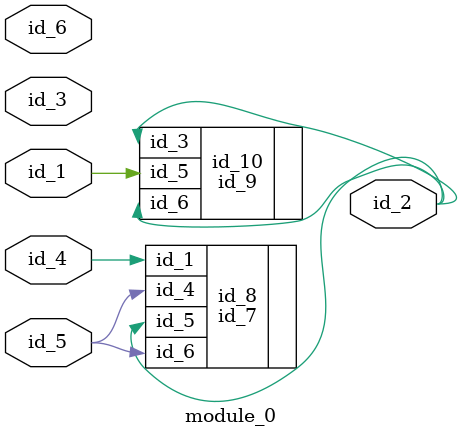
<source format=v>
module module_0 (
    id_1,
    id_2,
    id_3,
    id_4,
    id_5,
    id_6
);
  input id_6;
  input id_5;
  input id_4;
  input id_3;
  output id_2;
  input id_1;
  id_7 id_8 (
      .id_4(id_5),
      .id_6(id_4),
      .id_5(id_2),
      .id_1(id_3),
      .id_1(id_4),
      .id_6(id_5)
  );
  id_9 id_10 (
      .id_5(id_1),
      .id_3(id_2),
      .id_6(id_2)
  );
endmodule

</source>
